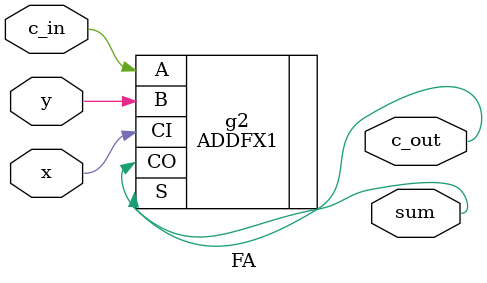
<source format=v>


// Verification Directory fv/FA 

module FA(c_out, sum, x, y, c_in);
  input x, y, c_in;
  output c_out, sum;
  wire x, y, c_in;
  wire c_out, sum;
  ADDFX1 g2(.A (c_in), .B (y), .CI (x), .CO (c_out), .S (sum));
endmodule


</source>
